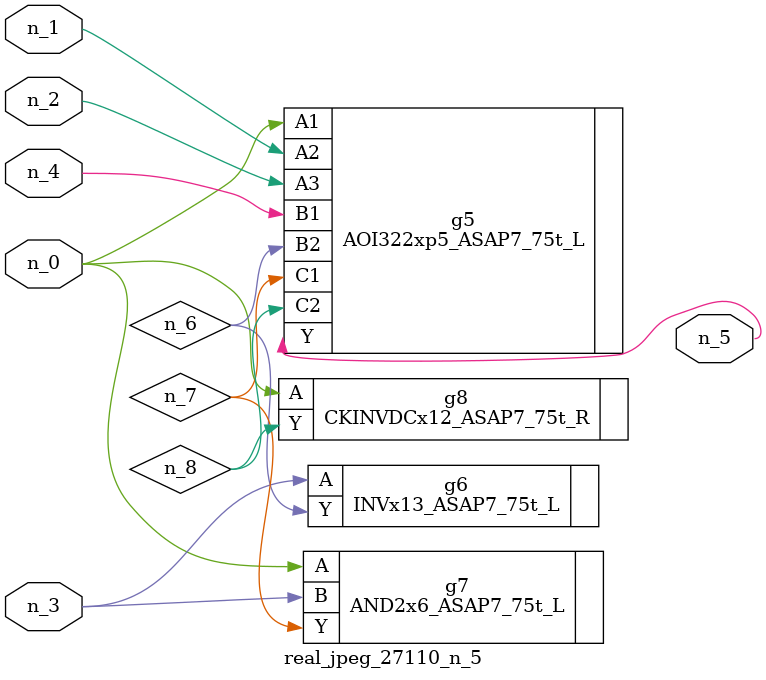
<source format=v>
module real_jpeg_27110_n_5 (n_4, n_0, n_1, n_2, n_3, n_5);

input n_4;
input n_0;
input n_1;
input n_2;
input n_3;

output n_5;

wire n_8;
wire n_6;
wire n_7;

AOI322xp5_ASAP7_75t_L g5 ( 
.A1(n_0),
.A2(n_1),
.A3(n_2),
.B1(n_4),
.B2(n_6),
.C1(n_7),
.C2(n_8),
.Y(n_5)
);

AND2x6_ASAP7_75t_L g7 ( 
.A(n_0),
.B(n_3),
.Y(n_7)
);

CKINVDCx12_ASAP7_75t_R g8 ( 
.A(n_0),
.Y(n_8)
);

INVx13_ASAP7_75t_L g6 ( 
.A(n_3),
.Y(n_6)
);


endmodule
</source>
